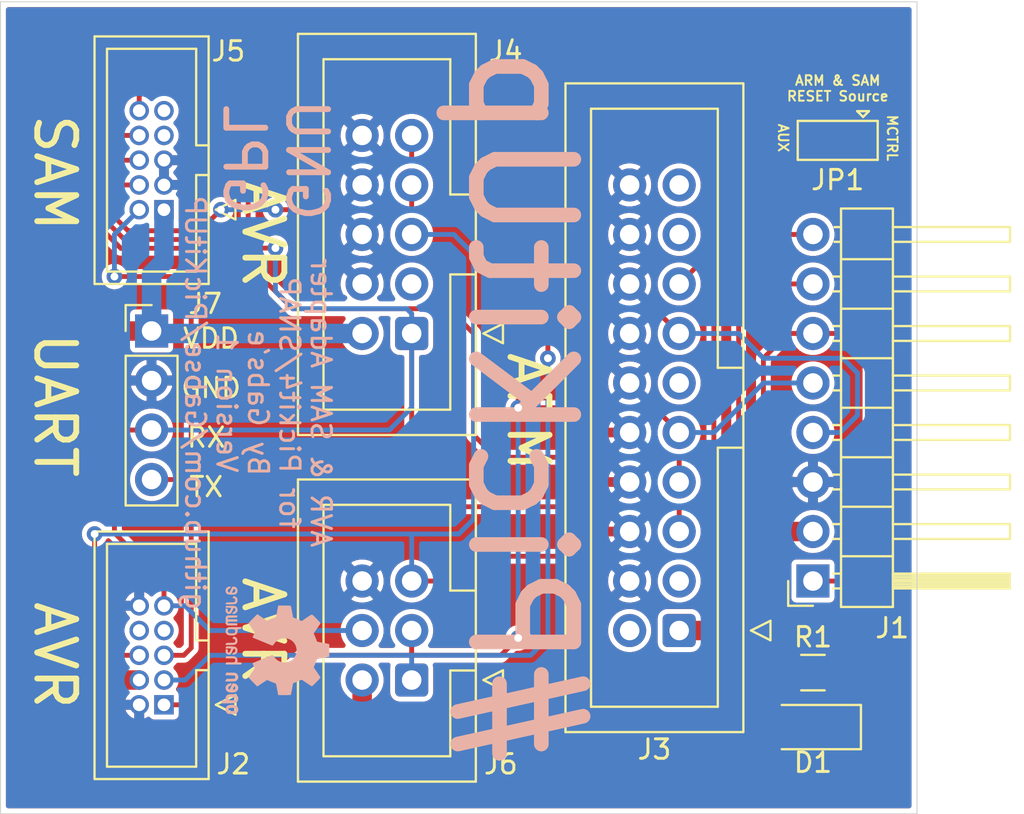
<source format=kicad_pcb>
(kicad_pcb (version 20171130) (host pcbnew "(5.1.7)-1")
  (layers (0 F.Cu signal) (31 B.Cu signal) (34 B.Paste user) (35 F.Paste user) (36 B.SilkS user) (37 F.SilkS user) (38 B.Mask user) (39 F.Mask user) (44 Edge.Cuts user))
  (net 0 "")
  (net 1 /TMS)
  (net 2 /AUX)
  (net 3 /PGC)
  (net 4 /PGD)
  (net 5 /GND)
  (net 6 /VDD)
  (net 7 /TDI)
  (net 8 /RESET)
  (net 9 /MCLR)
  (net 10 "Net-(D1-Pad1)")
  (module Symbol:OSHW-Logo2_7.3x6mm_SilkScreen (layer B.Cu) (at 169.291 110.744 90)
    (fp_text reference REF** hide)
    (fp_text value OSHW-Logo2_7.3x6mm_SilkScreen hide)
  )
  (module Resistor_SMD:R_1206_3216Metric_Pad1.42x1.75mm_HandSolder (layer F.Cu) (at 196.85 111.887)
    (fp_text reference R1 (at 0 -1.82) (layer F.SilkS))
    (fp_text value 1k)
    (pad 2 smd roundrect (at 1.4875 0) (size 1.425 1.75) (layers F.Cu F.Paste F.Mask) (roundrect_rratio 0.1754385964912281) (net 10 "Net-(D1-Pad1)"))
    (pad 1 smd roundrect (at -1.4875 0) (size 1.425 1.75) (layers F.Cu F.Paste F.Mask) (roundrect_rratio 0.1754385964912281) (net 6 /VDD))
  )
  (module LED_SMD:LED_1206_3216Metric_Pad1.42x1.75mm_HandSolder (layer F.Cu) (at 196.85 114.681 180)
    (fp_text reference D1 (at 0 -1.82) (layer F.SilkS))
    (fp_text value LED)
    (pad 2 smd roundrect (at 1.4875 0 180) (size 1.425 1.75) (layers F.Cu F.Paste F.Mask) (roundrect_rratio 0.1754385964912281) (net 5 /GND))
    (pad 1 smd roundrect (at -1.4875 0 180) (size 1.425 1.75) (layers F.Cu F.Paste F.Mask) (roundrect_rratio 0.1754385964912281) (net 10 "Net-(D1-Pad1)"))
  )
  (module Connector_IDC:IDC-Header_2x10_P2.54mm_Vertical (layer F.Cu) (at 189.992 109.728 180)
    (fp_text reference J3 (at 1.27 -6.1) (layer F.SilkS))
    (fp_text value ARM_JTAG_20)
    (pad 20 thru_hole circle (at 2.54 22.86 180) (size 1.7 1.7) (drill 1) (layers *.Cu *.Mask) (net 5 /GND))
    (pad 18 thru_hole circle (at 2.54 20.32 180) (size 1.7 1.7) (drill 1) (layers *.Cu *.Mask) (net 5 /GND))
    (pad 16 thru_hole circle (at 2.54 17.78 180) (size 1.7 1.7) (drill 1) (layers *.Cu *.Mask) (net 5 /GND))
    (pad 14 thru_hole circle (at 2.54 15.24 180) (size 1.7 1.7) (drill 1) (layers *.Cu *.Mask) (net 5 /GND))
    (pad 12 thru_hole circle (at 2.54 12.7 180) (size 1.7 1.7) (drill 1) (layers *.Cu *.Mask) (net 5 /GND))
    (pad 10 thru_hole circle (at 2.54 10.16 180) (size 1.7 1.7) (drill 1) (layers *.Cu *.Mask) (net 5 /GND))
    (pad 8 thru_hole circle (at 2.54 7.62 180) (size 1.7 1.7) (drill 1) (layers *.Cu *.Mask) (net 5 /GND))
    (pad 6 thru_hole circle (at 2.54 5.08 180) (size 1.7 1.7) (drill 1) (layers *.Cu *.Mask) (net 5 /GND))
    (pad 4 thru_hole circle (at 2.54 2.54 180) (size 1.7 1.7) (drill 1) (layers *.Cu *.Mask) (net 5 /GND))
    (pad 2 thru_hole circle (at 2.54 0 180) (size 1.7 1.7) (drill 1) (layers *.Cu *.Mask))
    (pad 19 thru_hole circle (at 0 22.86 180) (size 1.7 1.7) (drill 1) (layers *.Cu *.Mask))
    (pad 17 thru_hole circle (at 0 20.32 180) (size 1.7 1.7) (drill 1) (layers *.Cu *.Mask))
    (pad 15 thru_hole circle (at 0 17.78 180) (size 1.7 1.7) (drill 1) (layers *.Cu *.Mask) (net 8 /RESET))
    (pad 13 thru_hole circle (at 0 15.24 180) (size 1.7 1.7) (drill 1) (layers *.Cu *.Mask) (net 4 /PGD))
    (pad 11 thru_hole circle (at 0 12.7 180) (size 1.7 1.7) (drill 1) (layers *.Cu *.Mask))
    (pad 9 thru_hole circle (at 0 10.16 180) (size 1.7 1.7) (drill 1) (layers *.Cu *.Mask) (net 3 /PGC))
    (pad 7 thru_hole circle (at 0 7.62 180) (size 1.7 1.7) (drill 1) (layers *.Cu *.Mask) (net 1 /TMS))
    (pad 5 thru_hole circle (at 0 5.08 180) (size 1.7 1.7) (drill 1) (layers *.Cu *.Mask) (net 7 /TDI))
    (pad 3 thru_hole circle (at 0 2.54 180) (size 1.7 1.7) (drill 1) (layers *.Cu *.Mask))
    (pad 1 thru_hole roundrect (at 0 0 180) (size 1.7 1.7) (drill 1) (layers *.Cu *.Mask) (roundrect_rratio 0.1470588235294118) (net 6 /VDD))
  )
  (module Jumper:SolderJumper-3_P1.3mm_Bridged12_Pad1.0x1.5mm (layer F.Cu) (at 198.12 84.582 180)
    (fp_text reference JP1 (at 0 -2.032) (layer F.SilkS))
    (fp_text value RESET)
    (fp_poly (pts (xy -0.9 -0.3) (xy -0.4 -0.3) (xy -0.4 0.3) (xy -0.9 0.3)) (layer F.Cu) (width 0))
    (pad 2 smd rect (at 0 0 180) (size 1 1.5) (layers F.Cu F.Mask) (net 8 /RESET))
    (pad 3 smd rect (at 1.3 0 180) (size 1 1.5) (layers F.Cu F.Mask) (net 2 /AUX))
    (pad 1 smd rect (at -1.3 0 180) (size 1 1.5) (layers F.Cu F.Mask) (net 9 /MCLR))
  )
  (module PickitUp:PinHeader_1x08_P2.54mm_Horizontal_Inverse (layer F.Cu) (at 196.85 89.408)
    (fp_text reference J1 (at 4.064 20.193) (layer F.SilkS))
    (fp_text value PicKit_Connector)
    (pad 1 thru_hole rect (at 0 17.78) (size 1.7 1.7) (drill 1) (layers *.Cu *.Mask) (net 9 /MCLR))
    (pad 2 thru_hole oval (at 0 15.24) (size 1.7 1.7) (drill 1) (layers *.Cu *.Mask) (net 6 /VDD))
    (pad 3 thru_hole oval (at 0 12.7) (size 1.7 1.7) (drill 1) (layers *.Cu *.Mask) (net 5 /GND))
    (pad 4 thru_hole oval (at 0 10.16) (size 1.7 1.7) (drill 1) (layers *.Cu *.Mask) (net 4 /PGD))
    (pad 5 thru_hole oval (at 0 7.62) (size 1.7 1.7) (drill 1) (layers *.Cu *.Mask) (net 3 /PGC))
    (pad 6 thru_hole oval (at 0 5.08) (size 1.7 1.7) (drill 1) (layers *.Cu *.Mask) (net 2 /AUX))
    (pad 7 thru_hole oval (at 0 2.54) (size 1.7 1.7) (drill 1) (layers *.Cu *.Mask) (net 7 /TDI))
    (pad 8 thru_hole circle (at 0 0) (size 1.7 1.7) (drill 1) (layers *.Cu *.Mask) (net 1 /TMS))
  )
  (module Connector_PinHeader_2.54mm:PinHeader_1x04_P2.54mm_Vertical (layer F.Cu) (at 162.941 94.361)
    (fp_text reference J7 (at 2.75 -1.397) (layer F.SilkS))
    (fp_text value UART)
    (pad 4 thru_hole oval (at 0 7.62) (size 1.7 1.7) (drill 1) (layers *.Cu *.Mask) (net 1 /TMS))
    (pad 3 thru_hole oval (at 0 5.08) (size 1.7 1.7) (drill 1) (layers *.Cu *.Mask) (net 7 /TDI))
    (pad 2 thru_hole oval (at 0 2.54) (size 1.7 1.7) (drill 1) (layers *.Cu *.Mask) (net 5 /GND))
    (pad 1 thru_hole rect (at 0 0) (size 1.7 1.7) (drill 1) (layers *.Cu *.Mask) (net 6 /VDD))
  )
  (module PickitUp:SHF-105-01-L-D-TH (layer F.Cu) (at 163.576 88.138 180)
    (fp_text reference J5 (at -3.302 8.128) (layer F.SilkS))
    (fp_text value ARM_JTAG_10)
    (pad 1 thru_hole rect (at 0 0 180) (size 1 1) (drill 0.65) (layers *.Cu *.Mask) (net 6 /VDD))
    (pad 2 thru_hole oval (at 1.27 0 180) (size 1 1) (drill 0.65) (layers *.Cu *.Mask) (net 1 /TMS))
    (pad 3 thru_hole oval (at 0 1.27 180) (size 1 1) (drill 0.65) (layers *.Cu *.Mask) (net 5 /GND))
    (pad 4 thru_hole oval (at 1.27 1.27 180) (size 1 1) (drill 0.65) (layers *.Cu *.Mask) (net 3 /PGC))
    (pad 5 thru_hole oval (at 0 2.54 180) (size 1 1) (drill 0.65) (layers *.Cu *.Mask) (net 5 /GND))
    (pad 6 thru_hole oval (at 1.27 2.54 180) (size 1 1) (drill 0.65) (layers *.Cu *.Mask) (net 4 /PGD))
    (pad 7 thru_hole oval (at 0 3.81 180) (size 1 1) (drill 0.65) (layers *.Cu *.Mask))
    (pad 8 thru_hole oval (at 1.27 3.81 180) (size 1 1) (drill 0.65) (layers *.Cu *.Mask) (net 7 /TDI))
    (pad 9 thru_hole oval (at 0 5.08 180) (size 1 1) (drill 0.65) (layers *.Cu *.Mask))
    (pad 10 thru_hole oval (at 1.27 5.08 180) (size 1 1) (drill 0.65) (layers *.Cu *.Mask) (net 8 /RESET))
  )
  (module Connector_IDC:IDC-Header_2x05_P2.54mm_Vertical (layer F.Cu) (at 176.276 94.488 180)
    (fp_text reference J4 (at -4.826 14.478 180) (layer F.SilkS))
    (fp_text value AVR-ISP-10)
    (pad 10 thru_hole circle (at 2.54 10.16 180) (size 1.7 1.7) (drill 1) (layers *.Cu *.Mask) (net 5 /GND))
    (pad 8 thru_hole circle (at 2.54 7.62 180) (size 1.7 1.7) (drill 1) (layers *.Cu *.Mask) (net 5 /GND))
    (pad 6 thru_hole circle (at 2.54 5.08 180) (size 1.7 1.7) (drill 1) (layers *.Cu *.Mask) (net 5 /GND))
    (pad 4 thru_hole circle (at 2.54 2.54 180) (size 1.7 1.7) (drill 1) (layers *.Cu *.Mask) (net 5 /GND))
    (pad 2 thru_hole circle (at 2.54 0 180) (size 1.7 1.7) (drill 1) (layers *.Cu *.Mask) (net 6 /VDD))
    (pad 9 thru_hole circle (at 0 10.16 180) (size 1.7 1.7) (drill 1) (layers *.Cu *.Mask) (net 4 /PGD))
    (pad 7 thru_hole circle (at 0 7.62 180) (size 1.7 1.7) (drill 1) (layers *.Cu *.Mask) (net 3 /PGC))
    (pad 5 thru_hole circle (at 0 5.08 180) (size 1.7 1.7) (drill 1) (layers *.Cu *.Mask) (net 2 /AUX))
    (pad 3 thru_hole circle (at 0 2.54 180) (size 1.7 1.7) (drill 1) (layers *.Cu *.Mask))
    (pad 1 thru_hole roundrect (at 0 0 180) (size 1.7 1.7) (drill 1) (layers *.Cu *.Mask) (roundrect_rratio 0.1470588235294118) (net 7 /TDI))
  )
  (module Connector_IDC:IDC-Header_2x03_P2.54mm_Vertical (layer F.Cu) (at 176.276 112.268 180)
    (fp_text reference J6 (at -4.572 -4.318) (layer F.SilkS))
    (fp_text value AVR-ISP-6)
    (pad 6 thru_hole circle (at 2.54 5.08 180) (size 1.7 1.7) (drill 1) (layers *.Cu *.Mask) (net 5 /GND))
    (pad 4 thru_hole circle (at 2.54 2.54 180) (size 1.7 1.7) (drill 1) (layers *.Cu *.Mask) (net 7 /TDI))
    (pad 2 thru_hole circle (at 2.54 0 180) (size 1.7 1.7) (drill 1) (layers *.Cu *.Mask) (net 6 /VDD))
    (pad 5 thru_hole circle (at 0 5.08 180) (size 1.7 1.7) (drill 1) (layers *.Cu *.Mask) (net 2 /AUX))
    (pad 3 thru_hole circle (at 0 2.54 180) (size 1.7 1.7) (drill 1) (layers *.Cu *.Mask) (net 3 /PGC))
    (pad 1 thru_hole roundrect (at 0 0 180) (size 1.7 1.7) (drill 1) (layers *.Cu *.Mask) (roundrect_rratio 0.1470588235294118) (net 4 /PGD))
  )
  (module PickitUp:SHF-105-01-L-D-TH (layer F.Cu) (at 163.576 113.538 180)
    (fp_text reference J2 (at -3.556 -3.048) (layer F.SilkS))
    (fp_text value AVR-JTAG-10)
    (pad 1 thru_hole rect (at 0 0 180) (size 1 1) (drill 0.65) (layers *.Cu *.Mask) (net 3 /PGC))
    (pad 2 thru_hole oval (at 1.27 0 180) (size 1 1) (drill 0.65) (layers *.Cu *.Mask) (net 5 /GND))
    (pad 3 thru_hole oval (at 0 1.27 180) (size 1 1) (drill 0.65) (layers *.Cu *.Mask) (net 4 /PGD))
    (pad 4 thru_hole oval (at 1.27 1.27 180) (size 1 1) (drill 0.65) (layers *.Cu *.Mask) (net 6 /VDD))
    (pad 5 thru_hole oval (at 0 2.54 180) (size 1 1) (drill 0.65) (layers *.Cu *.Mask) (net 1 /TMS))
    (pad 6 thru_hole oval (at 1.27 2.54 180) (size 1 1) (drill 0.65) (layers *.Cu *.Mask) (net 2 /AUX))
    (pad 7 thru_hole oval (at 0 3.81 180) (size 1 1) (drill 0.65) (layers *.Cu *.Mask))
    (pad 8 thru_hole oval (at 1.27 3.81 180) (size 1 1) (drill 0.65) (layers *.Cu *.Mask))
    (pad 9 thru_hole oval (at 0 5.08 180) (size 1 1) (drill 0.65) (layers *.Cu *.Mask) (net 7 /TDI))
    (pad 10 thru_hole oval (at 1.27 5.08 180) (size 1 1) (drill 0.65) (layers *.Cu *.Mask) (net 5 /GND))
  )
  (gr_text AUX (at 195.326 84.455 270) (layer F.SilkS) (effects (font (size 0.5 0.5) (thickness 0.1))))
  (gr_text MCTRL (at 200.914 84.455 270) (layer F.SilkS) (effects (font (size 0.5 0.5) (thickness 0.1))))
  (gr_text "ARM & SAM\nRESET Source\n" (at 198.12 81.915) (layer F.SilkS) (effects (font (size 0.5 0.5) (thickness 0.1))))
  (gr_text "GNU\nGPL" (at 169.291 85.598 270) (layer B.SilkS) (effects (font (size 2 2) (thickness 0.3)) (justify mirror)))
  (gr_text "AVR & SAM Adapter\nfor Pickit4/SNAP\nBy Gabs'e\nVersion 1\ngithub.com/Gabse/PicKitUP" (at 168.402 98.044 -90) (layer B.SilkS) (effects (font (size 1 1)) (justify mirror)))
  (gr_text "#PicKitUp" (at 181.864 98.171 -90) (layer B.SilkS) (effects (font (size 5 5) (thickness 0.75)) (justify mirror)))
  (gr_line (start 155.194 77.47) (end 202.184 77.47) (layer Edge.Cuts) (width 0.05))
  (gr_line (start 155.194 119.126) (end 155.194 77.47) (layer Edge.Cuts) (width 0.05))
  (gr_line (start 202.184 119.126) (end 155.194 119.126) (layer Edge.Cuts) (width 0.05))
  (gr_line (start 202.184 77.47) (end 202.184 119.126) (layer Edge.Cuts) (width 0.05))
  (gr_text UART (at 157.988 98.171 270) (layer F.SilkS) (effects (font (size 2 2) (thickness 0.3))))
  (gr_text AVR (at 168.656 109.728 270) (layer F.SilkS) (effects (font (size 2 2) (thickness 0.3))))
  (gr_text AVR (at 168.656 89.408 270) (layer F.SilkS) (effects (font (size 2 2) (thickness 0.3))))
  (gr_text ARM (at 182.25 98.5 270) (layer F.SilkS) (effects (font (size 2 2) (thickness 0.3))))
  (gr_text TX (at 165.742 102.362) (layer F.SilkS) (effects (font (size 1 1))))
  (gr_text RX (at 165.742 99.822) (layer F.SilkS) (effects (font (size 1 1))))
  (gr_text GND (at 165.992 97.282) (layer F.SilkS) (effects (font (size 1 1))))
  (gr_text VDD (at 165.992 94.742) (layer F.SilkS) (effects (font (size 1 1))))
  (gr_text AVR (at 157.988 110.998 270) (layer F.SilkS) (effects (font (size 2 2) (thickness 0.3))))
  (gr_text SAM (at 157.988 86.25 270) (layer F.SilkS) (effects (font (size 2 2) (thickness 0.3))))
  (via (at 161.036 91.567) (size 0.8) (drill 0.4) (layers F.Cu B.Cu) (net 1))
  (segment (start 189.992 102.108) (end 189.992 100.838) (width 0.25) (layer F.Cu) (net 1))
  (segment (start 164.973 110.617) (end 164.973 101.981) (width 0.25) (layer F.Cu) (net 1))
  (segment (start 162.941 101.981) (end 164.973 101.981) (width 0.25) (layer F.Cu) (net 1))
  (segment (start 162.306 88.138) (end 161.036 89.408) (width 0.25) (layer B.Cu) (net 1))
  (segment (start 161.036 91.567) (end 161.036 89.408) (width 0.25) (layer B.Cu) (net 1))
  (segment (start 164.973 101.981) (end 164.973 91.567) (width 0.25) (layer F.Cu) (net 1))
  (segment (start 161.036 91.567) (end 164.973 91.567) (width 0.25) (layer F.Cu) (net 1))
  (segment (start 164.592 110.998) (end 164.973 110.617) (width 0.25) (layer F.Cu) (net 1))
  (segment (start 163.576 110.998) (end 164.592 110.998) (width 0.25) (layer F.Cu) (net 1))
  (segment (start 190.754 100.838) (end 189.992 100.838) (width 0.25) (layer F.Cu) (net 1))
  (segment (start 191.77 100.203) (end 191.135 100.838) (width 0.25) (layer F.Cu) (net 1))
  (segment (start 191.77 92.075) (end 191.77 100.203) (width 0.25) (layer F.Cu) (net 1))
  (segment (start 194.437 89.408) (end 191.77 92.075) (width 0.25) (layer F.Cu) (net 1))
  (segment (start 196.85 89.408) (end 194.437 89.408) (width 0.25) (layer F.Cu) (net 1))
  (segment (start 168.529 91.567) (end 164.973 91.567) (width 0.25) (layer F.Cu) (net 1))
  (segment (start 170.18 93.218) (end 168.529 91.567) (width 0.25) (layer F.Cu) (net 1))
  (segment (start 178.181 93.218) (end 170.18 93.218) (width 0.25) (layer F.Cu) (net 1))
  (segment (start 179.451 94.488) (end 178.181 93.218) (width 0.25) (layer F.Cu) (net 1))
  (segment (start 179.451 99.695) (end 179.451 94.488) (width 0.25) (layer F.Cu) (net 1))
  (segment (start 180.594 100.838) (end 179.451 99.695) (width 0.25) (layer F.Cu) (net 1))
  (segment (start 189.992 100.838) (end 180.594 100.838) (width 0.25) (layer F.Cu) (net 1))
  (segment (start 191.135 100.838) (end 190.754 100.838) (width 0.25) (layer F.Cu) (net 1))
  (segment (start 162.306 110.998) (end 160.782 110.998) (width 0.25) (layer F.Cu) (net 2))
  (segment (start 160.782 110.998) (end 160.02 110.236) (width 0.25) (layer F.Cu) (net 2))
  (segment (start 160.02 110.236) (end 160.02 104.775) (width 0.25) (layer F.Cu) (net 2))
  (via (at 160.02 104.775) (size 0.8) (drill 0.4) (layers F.Cu B.Cu) (net 2))
  (segment (start 176.276 107.188) (end 176.276 104.775) (width 0.25) (layer B.Cu) (net 2))
  (segment (start 160.02 104.775) (end 176.276 104.775) (width 0.25) (layer B.Cu) (net 2))
  (segment (start 196.82 86.584) (end 196.82 84.582) (width 0.25) (layer F.Cu) (net 2))
  (segment (start 198.628 88.392) (end 196.82 86.584) (width 0.25) (layer F.Cu) (net 2))
  (segment (start 198.628 93.98) (end 198.628 88.392) (width 0.25) (layer F.Cu) (net 2))
  (segment (start 198.12 94.488) (end 198.628 93.98) (width 0.25) (layer F.Cu) (net 2))
  (segment (start 196.85 94.488) (end 198.12 94.488) (width 0.25) (layer F.Cu) (net 2))
  (segment (start 178.054 107.188) (end 176.276 107.188) (width 0.25) (layer F.Cu) (net 2))
  (segment (start 179.324 105.918) (end 178.054 107.188) (width 0.25) (layer F.Cu) (net 2))
  (segment (start 191.643 105.918) (end 179.324 105.918) (width 0.25) (layer F.Cu) (net 2))
  (segment (start 194.31 103.251) (end 191.643 105.918) (width 0.25) (layer F.Cu) (net 2))
  (segment (start 194.31 95.758) (end 194.31 103.251) (width 0.25) (layer F.Cu) (net 2))
  (segment (start 195.58 94.488) (end 194.31 95.758) (width 0.25) (layer F.Cu) (net 2))
  (segment (start 196.85 94.488) (end 195.58 94.488) (width 0.25) (layer F.Cu) (net 2))
  (segment (start 176.276 89.408) (end 178.435 89.408) (width 0.25) (layer B.Cu) (net 2))
  (segment (start 178.435 89.408) (end 179.451 90.424) (width 0.25) (layer B.Cu) (net 2))
  (segment (start 179.451 90.424) (end 179.451 104.013) (width 0.25) (layer B.Cu) (net 2))
  (segment (start 178.689 104.775) (end 177.292 104.775) (width 0.25) (layer B.Cu) (net 2))
  (segment (start 179.451 104.013) (end 178.689 104.775) (width 0.25) (layer B.Cu) (net 2))
  (segment (start 176.276 104.775) (end 177.292 104.775) (width 0.25) (layer B.Cu) (net 2))
  (segment (start 188.722 98.298) (end 181.737 98.298) (width 0.25) (layer F.Cu) (net 3))
  (segment (start 189.992 99.568) (end 188.722 98.298) (width 0.25) (layer F.Cu) (net 3))
  (via (at 181.737 98.298) (size 0.8) (drill 0.4) (layers F.Cu B.Cu) (net 3))
  (segment (start 168.148 113.538) (end 170.688 110.998) (width 0.25) (layer F.Cu) (net 3))
  (segment (start 163.576 113.538) (end 168.148 113.538) (width 0.25) (layer F.Cu) (net 3))
  (segment (start 176.276 109.728) (end 176.276 110.871) (width 0.25) (layer F.Cu) (net 3))
  (segment (start 170.688 110.998) (end 176.149 110.998) (width 0.25) (layer F.Cu) (net 3))
  (segment (start 176.276 86.868) (end 176.276 88.138) (width 0.25) (layer F.Cu) (net 3))
  (via (at 169.291 88.138) (size 0.8) (drill 0.4) (layers F.Cu B.Cu) (net 3))
  (via (at 166.497 88.138) (size 0.8) (drill 0.4) (layers F.Cu B.Cu) (net 3))
  (segment (start 169.164 88.138) (end 166.624 88.138) (width 0.25) (layer B.Cu) (net 3))
  (segment (start 180.467 110.998) (end 180.848 110.998) (width 0.25) (layer F.Cu) (net 3))
  (via (at 181.737 110.109) (size 0.8) (drill 0.4) (layers F.Cu B.Cu) (net 3))
  (segment (start 180.848 110.998) (end 181.737 110.109) (width 0.25) (layer F.Cu) (net 3))
  (segment (start 181.737 98.298) (end 181.737 110.109) (width 0.25) (layer B.Cu) (net 3))
  (segment (start 181.737 98.298) (end 181.737 89.408) (width 0.25) (layer F.Cu) (net 3))
  (segment (start 180.467 88.138) (end 181.737 89.408) (width 0.25) (layer F.Cu) (net 3))
  (segment (start 176.276 88.138) (end 180.467 88.138) (width 0.25) (layer F.Cu) (net 3))
  (segment (start 171.196 88.138) (end 169.291 88.138) (width 0.25) (layer F.Cu) (net 3))
  (segment (start 161.10501 87.249) (end 161.48601 86.868) (width 0.25) (layer F.Cu) (net 3))
  (segment (start 161.10501 88.5866) (end 161.10501 87.249) (width 0.25) (layer F.Cu) (net 3))
  (segment (start 161.73591 89.2175) (end 161.10501 88.5866) (width 0.25) (layer F.Cu) (net 3))
  (segment (start 165.4175 89.2175) (end 161.73591 89.2175) (width 0.25) (layer F.Cu) (net 3))
  (segment (start 161.48601 86.868) (end 162.306 86.868) (width 0.25) (layer F.Cu) (net 3))
  (segment (start 166.497 88.138) (end 165.4175 89.2175) (width 0.25) (layer F.Cu) (net 3))
  (segment (start 196.85 97.028) (end 194.31 97.028) (width 0.25) (layer B.Cu) (net 3))
  (segment (start 191.77 99.568) (end 194.31 97.028) (width 0.25) (layer B.Cu) (net 3))
  (segment (start 189.992 99.568) (end 191.77 99.568) (width 0.25) (layer B.Cu) (net 3))
  (segment (start 176.276 88.138) (end 171.196 88.138) (width 0.25) (layer F.Cu) (net 3))
  (segment (start 176.276 110.998) (end 180.467 110.998) (width 0.25) (layer F.Cu) (net 3))
  (segment (start 176.149 110.998) (end 176.276 110.998) (width 0.25) (layer F.Cu) (net 3))
  (segment (start 176.276 110.998) (end 176.276 110.871) (width 0.25) (layer F.Cu) (net 3))
  (segment (start 176.276 112.268) (end 176.276 112.014) (width 0.25) (layer B.Cu) (net 4))
  (segment (start 176.276 112.268) (end 176.276 110.998) (width 0.25) (layer B.Cu) (net 4))
  (segment (start 176.276 84.328) (end 176.276 85.598) (width 0.25) (layer F.Cu) (net 4))
  (segment (start 182.372 110.998) (end 176.276 110.998) (width 0.25) (layer B.Cu) (net 4))
  (segment (start 183.261 110.109) (end 182.372 110.998) (width 0.25) (layer B.Cu) (net 4))
  (via (at 183.261 95.758) (size 0.8) (drill 0.4) (layers F.Cu B.Cu) (net 4))
  (segment (start 183.261 97.028) (end 183.261 110.109) (width 0.25) (layer B.Cu) (net 4))
  (segment (start 189.992 94.488) (end 188.722 93.218) (width 0.25) (layer F.Cu) (net 4))
  (segment (start 188.722 93.218) (end 183.261 93.218) (width 0.25) (layer F.Cu) (net 4))
  (segment (start 183.261 89.027) (end 183.261 93.218) (width 0.25) (layer F.Cu) (net 4))
  (segment (start 179.832 85.598) (end 183.261 89.027) (width 0.25) (layer F.Cu) (net 4))
  (segment (start 176.276 85.598) (end 179.832 85.598) (width 0.25) (layer F.Cu) (net 4))
  (segment (start 183.261 95.758) (end 183.261 93.218) (width 0.25) (layer F.Cu) (net 4))
  (segment (start 169.164 85.598) (end 176.276 85.598) (width 0.25) (layer F.Cu) (net 4))
  (segment (start 167.894 86.868) (end 169.164 85.598) (width 0.25) (layer F.Cu) (net 4))
  (segment (start 167.894 88.773) (end 167.894 86.868) (width 0.25) (layer F.Cu) (net 4))
  (segment (start 166.99949 89.66751) (end 167.894 88.773) (width 0.25) (layer F.Cu) (net 4))
  (segment (start 160.655 88.773) (end 161.54951 89.66751) (width 0.25) (layer F.Cu) (net 4))
  (segment (start 160.655 86.233) (end 160.655 88.773) (width 0.25) (layer F.Cu) (net 4))
  (segment (start 161.29 85.598) (end 160.655 86.233) (width 0.25) (layer F.Cu) (net 4))
  (segment (start 161.54951 89.66751) (end 166.99949 89.66751) (width 0.25) (layer F.Cu) (net 4))
  (segment (start 162.306 85.598) (end 161.29 85.598) (width 0.25) (layer F.Cu) (net 4))
  (segment (start 164.6555 112.268) (end 163.576 112.268) (width 0.25) (layer B.Cu) (net 4))
  (segment (start 165.9255 110.998) (end 164.6555 112.268) (width 0.25) (layer B.Cu) (net 4))
  (segment (start 176.276 110.998) (end 165.9255 110.998) (width 0.25) (layer B.Cu) (net 4))
  (segment (start 198.374 95.758) (end 194.31 95.758) (width 0.25) (layer B.Cu) (net 4))
  (segment (start 199.136 98.679) (end 199.136 96.52) (width 0.25) (layer B.Cu) (net 4))
  (segment (start 198.247 99.568) (end 199.136 98.679) (width 0.25) (layer B.Cu) (net 4))
  (segment (start 196.85 99.568) (end 198.247 99.568) (width 0.25) (layer B.Cu) (net 4))
  (segment (start 193.04 94.488) (end 192.4685 94.488) (width 0.25) (layer B.Cu) (net 4))
  (segment (start 194.31 95.758) (end 193.04 94.488) (width 0.25) (layer B.Cu) (net 4))
  (segment (start 192.4685 94.488) (end 192.5955 94.488) (width 0.25) (layer B.Cu) (net 4))
  (segment (start 199.136 96.52) (end 198.374 95.758) (width 0.25) (layer B.Cu) (net 4))
  (segment (start 189.992 94.488) (end 192.4685 94.488) (width 0.25) (layer B.Cu) (net 4))
  (segment (start 183.261 97.028) (end 183.261 95.758) (width 0.25) (layer B.Cu) (net 4))
  (segment (start 187.452 102.108) (end 184.912 102.108) (width 0.5) (layer F.Cu) (net 5))
  (segment (start 187.452 104.648) (end 184.912 104.648) (width 0.5) (layer F.Cu) (net 5))
  (segment (start 187.452 99.568) (end 184.785 99.568) (width 0.5) (layer F.Cu) (net 5))
  (segment (start 163.068 94.488) (end 162.941 94.361) (width 1) (layer B.Cu) (net 6))
  (segment (start 173.736 94.488) (end 163.068 94.488) (width 1) (layer B.Cu) (net 6))
  (segment (start 162.941 91.44) (end 163.576 90.805) (width 1) (layer B.Cu) (net 6))
  (segment (start 162.941 94.361) (end 162.941 91.44) (width 1) (layer B.Cu) (net 6))
  (segment (start 163.576 88.138) (end 163.576 90.805) (width 1) (layer B.Cu) (net 6))
  (segment (start 196.85 104.648) (end 195.453 104.648) (width 1) (layer F.Cu) (net 6))
  (segment (start 195.453 104.648) (end 193.802 106.299) (width 1) (layer F.Cu) (net 6))
  (segment (start 193.675 109.728) (end 193.802 109.855) (width 1) (layer F.Cu) (net 6))
  (segment (start 189.992 109.728) (end 193.675 109.728) (width 1) (layer F.Cu) (net 6))
  (segment (start 193.802 106.299) (end 193.802 109.855) (width 1) (layer F.Cu) (net 6))
  (segment (start 162.941 94.361) (end 159.512 94.361) (width 1) (layer F.Cu) (net 6))
  (segment (start 159.512 94.361) (end 158.242 95.631) (width 1) (layer F.Cu) (net 6))
  (segment (start 162.306 112.268) (end 158.242 112.268) (width 1) (layer F.Cu) (net 6))
  (segment (start 158.242 95.631) (end 158.242 112.268) (width 1) (layer F.Cu) (net 6))
  (segment (start 158.242 112.268) (end 158.242 114.554) (width 1) (layer F.Cu) (net 6))
  (segment (start 158.242 114.554) (end 159.258 115.57) (width 1) (layer F.Cu) (net 6))
  (segment (start 191.262 115.57) (end 193.802 113.03) (width 1) (layer F.Cu) (net 6))
  (segment (start 173.736 112.268) (end 173.736 115.57) (width 1) (layer F.Cu) (net 6))
  (segment (start 173.736 115.57) (end 191.262 115.57) (width 1) (layer F.Cu) (net 6))
  (segment (start 159.258 115.57) (end 173.736 115.57) (width 1) (layer F.Cu) (net 6))
  (segment (start 195.3625 111.887) (end 193.802 111.887) (width 0.5) (layer F.Cu) (net 6))
  (segment (start 193.802 111.887) (end 193.802 109.855) (width 1) (layer F.Cu) (net 6))
  (segment (start 193.802 113.03) (end 193.802 111.887) (width 1) (layer F.Cu) (net 6))
  (segment (start 162.941 99.441) (end 175.133 99.441) (width 0.25) (layer B.Cu) (net 7))
  (segment (start 176.276 94.488) (end 176.276 93.638) (width 0.25) (layer B.Cu) (net 7))
  (segment (start 161.544 99.441) (end 162.941 99.441) (width 0.25) (layer F.Cu) (net 7))
  (segment (start 161.036 99.949) (end 161.544 99.441) (width 0.25) (layer F.Cu) (net 7))
  (segment (start 161.036 104.717998) (end 161.036 99.949) (width 0.25) (layer F.Cu) (net 7))
  (segment (start 163.576 107.257998) (end 161.036 104.717998) (width 0.25) (layer F.Cu) (net 7))
  (segment (start 163.576 108.458) (end 163.576 107.257998) (width 0.25) (layer F.Cu) (net 7))
  (segment (start 160.909 84.328) (end 162.306 84.328) (width 0.25) (layer F.Cu) (net 7))
  (segment (start 160.20499 85.03201) (end 160.909 84.328) (width 0.25) (layer F.Cu) (net 7))
  (segment (start 160.204991 88.959401) (end 160.20499 85.03201) (width 0.25) (layer F.Cu) (net 7))
  (segment (start 176.276 94.488) (end 176.276 98.298) (width 0.25) (layer B.Cu) (net 7))
  (segment (start 176.276 98.298) (end 175.133 99.441) (width 0.25) (layer B.Cu) (net 7))
  (segment (start 176.276 94.488) (end 176.276 101.854) (width 0.25) (layer F.Cu) (net 7))
  (segment (start 189.992 104.648) (end 189.992 103.378) (width 0.25) (layer F.Cu) (net 7))
  (segment (start 189.992 103.378) (end 185.293 103.378) (width 0.25) (layer F.Cu) (net 7))
  (segment (start 191.643 103.378) (end 189.992 103.378) (width 0.25) (layer F.Cu) (net 7))
  (segment (start 177.8 103.378) (end 176.276 101.854) (width 0.25) (layer F.Cu) (net 7))
  (segment (start 185.293 103.378) (end 177.8 103.378) (width 0.25) (layer F.Cu) (net 7))
  (segment (start 185.293 103.378) (end 185.166 103.378) (width 0.25) (layer F.Cu) (net 7))
  (segment (start 193.04 102.489) (end 192.151 103.378) (width 0.25) (layer F.Cu) (net 7))
  (segment (start 195.072 91.948) (end 193.04 93.98) (width 0.25) (layer F.Cu) (net 7))
  (segment (start 193.04 93.98) (end 193.04 102.489) (width 0.25) (layer F.Cu) (net 7))
  (segment (start 196.85 91.948) (end 195.072 91.948) (width 0.25) (layer F.Cu) (net 7))
  (segment (start 161.36311 90.11752) (end 167.24798 90.11752) (width 0.25) (layer F.Cu) (net 7))
  (segment (start 160.204991 88.959401) (end 161.36311 90.11752) (width 0.25) (layer F.Cu) (net 7))
  (segment (start 167.259 90.1065) (end 169.291 90.1065) (width 0.25) (layer F.Cu) (net 7))
  (segment (start 167.24798 90.11752) (end 167.259 90.1065) (width 0.25) (layer F.Cu) (net 7))
  (segment (start 170.18 93.218) (end 176.022 93.218) (width 0.25) (layer B.Cu) (net 7))
  (segment (start 176.022 93.218) (end 176.276 93.472) (width 0.25) (layer B.Cu) (net 7))
  (segment (start 176.276 93.472) (end 176.276 94.488) (width 0.25) (layer B.Cu) (net 7))
  (segment (start 169.291 92.329) (end 170.18 93.218) (width 0.25) (layer B.Cu) (net 7))
  (segment (start 169.291 90.424) (end 169.291 92.329) (width 0.25) (layer B.Cu) (net 7))
  (segment (start 161.225795 89.980205) (end 160.204991 88.959401) (width 0.25) (layer F.Cu) (net 7))
  (via (at 169.291 90.1065) (size 0.8) (drill 0.4) (layers F.Cu B.Cu) (net 7))
  (segment (start 164.6555 108.458) (end 163.576 108.458) (width 0.25) (layer B.Cu) (net 7))
  (segment (start 165.9255 109.728) (end 164.6555 108.458) (width 0.25) (layer B.Cu) (net 7))
  (segment (start 173.736 109.728) (end 165.9255 109.728) (width 0.25) (layer B.Cu) (net 7))
  (segment (start 192.151 103.378) (end 191.643 103.378) (width 0.25) (layer F.Cu) (net 7))
  (segment (start 162.306 82.296) (end 162.306 83.058) (width 0.25) (layer F.Cu) (net 8))
  (segment (start 162.7505 81.8515) (end 162.306 82.296) (width 0.25) (layer F.Cu) (net 8))
  (segment (start 162.8775 81.8515) (end 162.7505 81.8515) (width 0.25) (layer F.Cu) (net 8))
  (segment (start 164.1475 81.8515) (end 162.8775 81.8515) (width 0.25) (layer F.Cu) (net 8))
  (segment (start 195.5165 81.8515) (end 191.9605 81.8515) (width 0.25) (layer F.Cu) (net 8))
  (segment (start 198.12 84.582) (end 198.12 82.677) (width 0.25) (layer F.Cu) (net 8))
  (segment (start 197.2945 81.8515) (end 195.5165 81.8515) (width 0.25) (layer F.Cu) (net 8))
  (segment (start 198.12 82.677) (end 197.2945 81.8515) (width 0.25) (layer F.Cu) (net 8))
  (segment (start 195.7705 81.8515) (end 195.5165 81.8515) (width 0.25) (layer F.Cu) (net 8))
  (segment (start 191.77 81.915) (end 191.7065 81.8515) (width 0.25) (layer F.Cu) (net 8))
  (segment (start 191.7065 81.8515) (end 162.8775 81.8515) (width 0.25) (layer F.Cu) (net 8))
  (segment (start 191.77 90.17) (end 191.77 81.915) (width 0.25) (layer F.Cu) (net 8))
  (segment (start 189.992 91.948) (end 191.77 90.17) (width 0.25) (layer F.Cu) (net 8))
  (segment (start 191.9605 81.8515) (end 191.7065 81.8515) (width 0.25) (layer F.Cu) (net 8))
  (segment (start 198.755 107.188) (end 196.85 107.188) (width 0.25) (layer F.Cu) (net 9))
  (segment (start 198.755 107.188) (end 199.898 106.045) (width 0.25) (layer F.Cu) (net 9))
  (segment (start 199.898 106.045) (end 199.771 105.918) (width 0.25) (layer F.Cu) (net 9))
  (segment (start 199.771 86.554) (end 199.42 86.203) (width 0.25) (layer F.Cu) (net 9))
  (segment (start 199.771 105.918) (end 199.771 86.554) (width 0.25) (layer F.Cu) (net 9))
  (segment (start 199.42 84.582) (end 199.42 86.203) (width 0.25) (layer F.Cu) (net 9))
  (segment (start 198.3375 111.887) (end 198.3375 114.681) (width 0.5) (layer F.Cu) (net 10))
  (zone (net 5) (net_name /GND) (layer B.Cu) (connect_pads (clearance 0.254)) (min_thickness 0.254) (fill yes (arc_segments 32) (thermal_gap 0.254) (thermal_bridge_width 0.508))
    (polygon (pts (xy 202.184 119.126) (xy 155.194 119.126) (xy 155.194 77.47) (xy 202.184 77.47)))
  )
  (zone (net 5) (net_name /GND) (layer F.Cu) (connect_pads (clearance 0.254)) (min_thickness 0.254) (fill yes (arc_segments 32) (thermal_gap 0.254) (thermal_bridge_width 0.508))
    (polygon (pts (xy 202.184 119.126) (xy 155.194 119.126) (xy 155.194 77.47) (xy 202.184 77.47)))
  )
)
</source>
